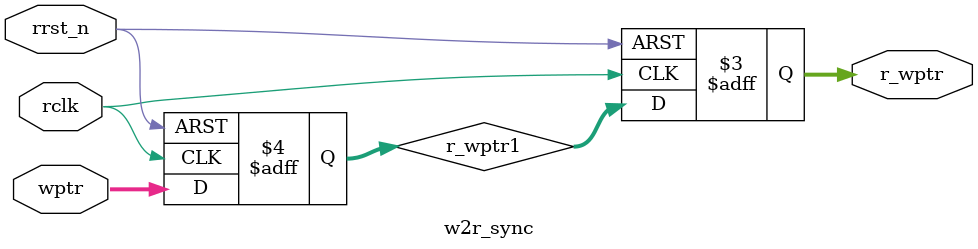
<source format=v>
module w2r_sync #(parameter ASIZE = 4)
(
  input rclk,rrst_n,
  input[ASIZE:0] wptr,
  output reg[ASIZE:0] r_wptr
);

reg[ASIZE:0] r_wptr1;

always @(posedge rclk or negedge rrst_n)
begin
	if(~rrst_n)
	 { r_wptr,r_wptr1} <= 0;
	else 
	 { r_wptr,r_wptr1} <= {r_wptr1,wptr};
	end 
endmodule
</source>
